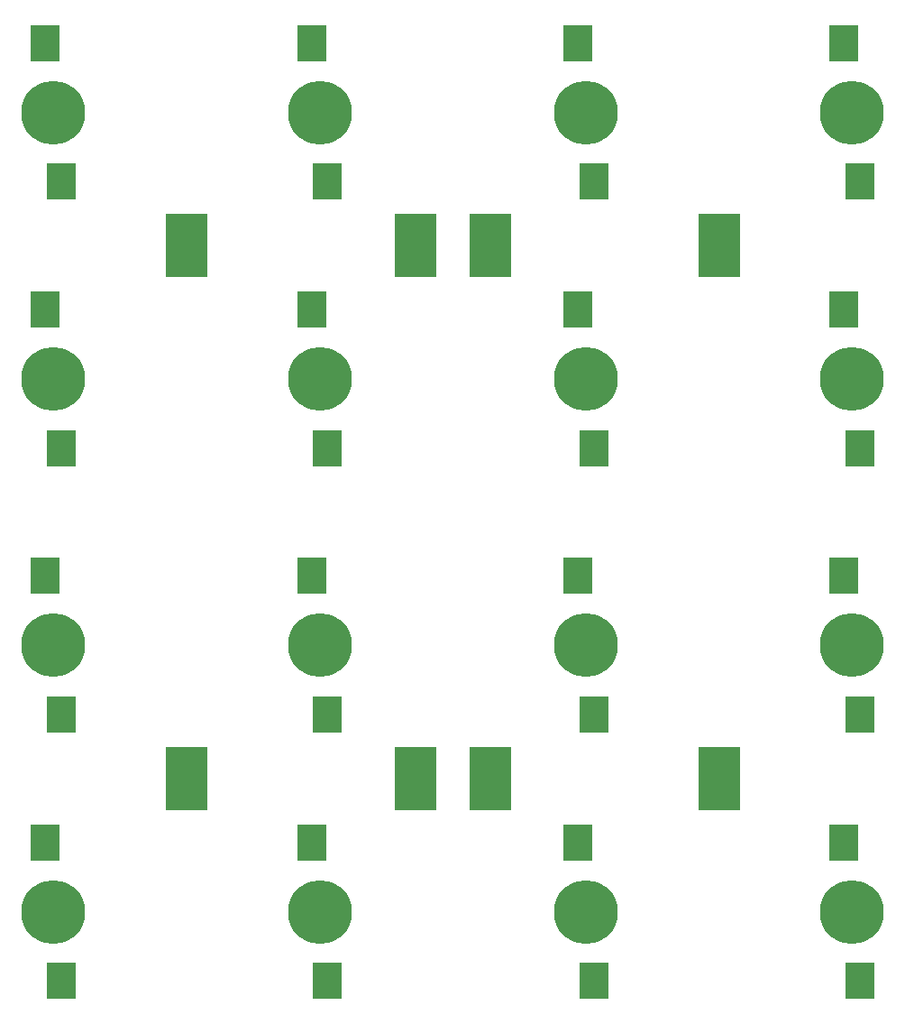
<source format=gtp>
%TF.GenerationSoftware,KiCad,Pcbnew,8.0.7*%
%TF.CreationDate,2025-01-08T11:47:56+09:00*%
%TF.ProjectId,ledplane,6c656470-6c61-46e6-952e-6b696361645f,rev?*%
%TF.SameCoordinates,Original*%
%TF.FileFunction,Paste,Top*%
%TF.FilePolarity,Positive*%
%FSLAX46Y46*%
G04 Gerber Fmt 4.6, Leading zero omitted, Abs format (unit mm)*
G04 Created by KiCad (PCBNEW 8.0.7) date 2025-01-08 11:47:56*
%MOMM*%
%LPD*%
G01*
G04 APERTURE LIST*
%ADD10R,2.700000X3.500000*%
%ADD11C,6.000000*%
%ADD12R,4.000000X6.000000*%
G04 APERTURE END LIST*
D10*
%TO.C,D12*%
X88250000Y-69000000D03*
X86750000Y-56000000D03*
D11*
X87500000Y-62500000D03*
%TD*%
D10*
%TO.C,D4*%
X88250000Y-19000000D03*
X86750000Y-6000000D03*
D11*
X87500000Y-12500000D03*
%TD*%
D12*
%TO.C,TP4*%
X75000000Y-25000000D03*
%TD*%
D10*
%TO.C,D16*%
X88250000Y-94000000D03*
X86750000Y-81000000D03*
D11*
X87500000Y-87500000D03*
%TD*%
D10*
%TO.C,D3*%
X63250000Y-19000000D03*
X61750000Y-6000000D03*
D11*
X62500000Y-12500000D03*
%TD*%
D12*
%TO.C,TP6*%
X46500000Y-75000000D03*
%TD*%
D10*
%TO.C,D1*%
X13250000Y-19000000D03*
X11750000Y-6000000D03*
D11*
X12500000Y-12500000D03*
%TD*%
D10*
%TO.C,D14*%
X38250000Y-94000000D03*
X36750000Y-81000000D03*
D11*
X37500000Y-87500000D03*
%TD*%
D10*
%TO.C,D7*%
X63250000Y-44000000D03*
X61750000Y-31000000D03*
D11*
X62500000Y-37500000D03*
%TD*%
D12*
%TO.C,TP2*%
X46500000Y-25000000D03*
%TD*%
D10*
%TO.C,D10*%
X38250000Y-69000000D03*
X36750000Y-56000000D03*
D11*
X37500000Y-62500000D03*
%TD*%
D12*
%TO.C,TP1*%
X25000000Y-25000000D03*
%TD*%
D10*
%TO.C,D6*%
X38250000Y-44000000D03*
X36750000Y-31000000D03*
D11*
X37500000Y-37500000D03*
%TD*%
D10*
%TO.C,D15*%
X63250000Y-94000000D03*
X61750000Y-81000000D03*
D11*
X62500000Y-87500000D03*
%TD*%
D10*
%TO.C,D5*%
X13250000Y-44000000D03*
X11750000Y-31000000D03*
D11*
X12500000Y-37500000D03*
%TD*%
D10*
%TO.C,D8*%
X88250000Y-44000000D03*
X86750000Y-31000000D03*
D11*
X87500000Y-37500000D03*
%TD*%
D10*
%TO.C,D11*%
X63250000Y-69000000D03*
X61750000Y-56000000D03*
D11*
X62500000Y-62500000D03*
%TD*%
D12*
%TO.C,TP8*%
X75000000Y-75000000D03*
%TD*%
%TO.C,TP5*%
X25000000Y-75000000D03*
%TD*%
D10*
%TO.C,D13*%
X13250000Y-94000000D03*
X11750000Y-81000000D03*
D11*
X12500000Y-87500000D03*
%TD*%
D10*
%TO.C,D2*%
X38250000Y-19000000D03*
X36750000Y-6000000D03*
D11*
X37500000Y-12500000D03*
%TD*%
D12*
%TO.C,TP3*%
X53500000Y-25000000D03*
%TD*%
%TO.C,TP7*%
X53500000Y-75000000D03*
%TD*%
D10*
%TO.C,D9*%
X13250000Y-69000000D03*
X11750000Y-56000000D03*
D11*
X12500000Y-62500000D03*
%TD*%
M02*

</source>
